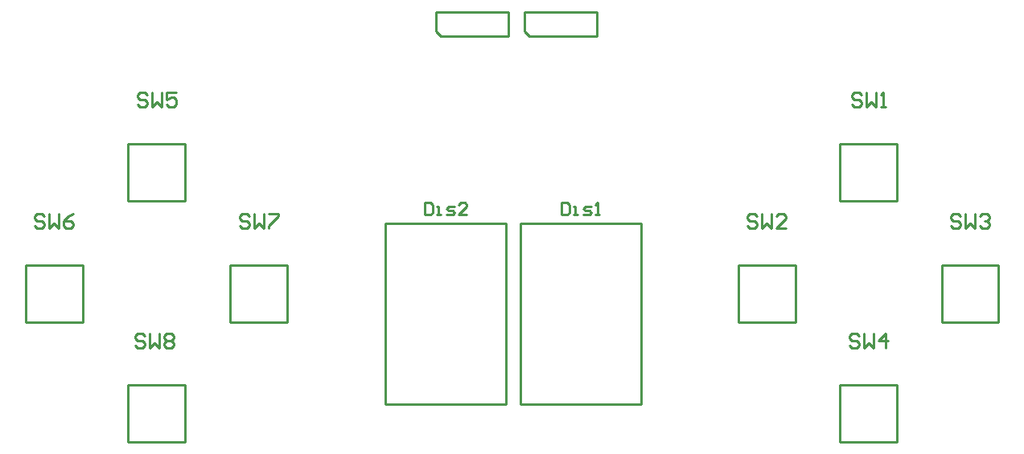
<source format=gto>
G04*
G04 #@! TF.GenerationSoftware,Altium Limited,CircuitMaker,2.2.1 (6)*
G04*
G04 Layer_Color=15132400*
%FSLAX25Y25*%
%MOIN*%
G70*
G04*
G04 #@! TF.SameCoordinates,C7A46A66-803E-4EFA-A11E-2D709BABBFBD*
G04*
G04*
G04 #@! TF.FilePolarity,Positive*
G04*
G01*
G75*
%ADD10C,0.01000*%
D10*
X418100Y262500D02*
Y337500D01*
Y262500D02*
X468100D01*
Y337500D01*
X418100D02*
X468100D01*
X362200D02*
X412200D01*
Y262500D02*
Y337500D01*
X362200Y262500D02*
X412200D01*
X362200D02*
Y337500D01*
X550689Y246689D02*
Y270311D01*
Y246689D02*
X574311D01*
Y270311D01*
X550689D02*
X574311D01*
X592789Y296276D02*
Y319898D01*
Y296276D02*
X616411D01*
Y319898D01*
X592789D02*
X616411D01*
X508547Y296276D02*
Y319898D01*
Y296276D02*
X532169D01*
Y319898D01*
X508547D02*
X532169D01*
X550689Y346602D02*
Y370224D01*
Y346602D02*
X574311D01*
Y370224D01*
X550689D02*
X574311D01*
X255689Y246689D02*
Y270311D01*
Y246689D02*
X279311D01*
Y270311D01*
X255689D02*
X279311D01*
X255689Y346602D02*
Y370224D01*
Y346602D02*
X279311D01*
Y370224D01*
X255689D02*
X279311D01*
X298047Y296276D02*
Y319898D01*
Y296276D02*
X321669D01*
Y319898D01*
X298047D02*
X321669D01*
X213189Y296276D02*
Y319898D01*
Y296276D02*
X236811D01*
Y319898D01*
X213189D02*
X236811D01*
X383100Y417000D02*
Y425000D01*
Y417000D02*
X385100Y415000D01*
X413100D01*
X383100Y425000D02*
X413100D01*
Y415000D02*
Y425000D01*
X420000Y417000D02*
Y425000D01*
Y417000D02*
X422000Y415000D01*
X450000D01*
X420000Y425000D02*
X450000D01*
Y415000D02*
Y425000D01*
X262501Y290698D02*
X261502Y291698D01*
X259502D01*
X258503Y290698D01*
Y289699D01*
X259502Y288699D01*
X261502D01*
X262501Y287699D01*
Y286700D01*
X261502Y285700D01*
X259502D01*
X258503Y286700D01*
X264501Y291698D02*
Y285700D01*
X266500Y287699D01*
X268499Y285700D01*
Y291698D01*
X270499Y290698D02*
X271498Y291698D01*
X273498D01*
X274497Y290698D01*
Y289699D01*
X273498Y288699D01*
X274497Y287699D01*
Y286700D01*
X273498Y285700D01*
X271498D01*
X270499Y286700D01*
Y287699D01*
X271498Y288699D01*
X270499Y289699D01*
Y290698D01*
X271498Y288699D02*
X273498D01*
X305801Y340298D02*
X304802Y341298D01*
X302802D01*
X301803Y340298D01*
Y339299D01*
X302802Y338299D01*
X304802D01*
X305801Y337299D01*
Y336300D01*
X304802Y335300D01*
X302802D01*
X301803Y336300D01*
X307801Y341298D02*
Y335300D01*
X309800Y337299D01*
X311799Y335300D01*
Y341298D01*
X313799D02*
X317797D01*
Y340298D01*
X313799Y336300D01*
Y335300D01*
X221001Y340298D02*
X220002Y341298D01*
X218002D01*
X217003Y340298D01*
Y339299D01*
X218002Y338299D01*
X220002D01*
X221001Y337299D01*
Y336300D01*
X220002Y335300D01*
X218002D01*
X217003Y336300D01*
X223001Y341298D02*
Y335300D01*
X225000Y337299D01*
X226999Y335300D01*
Y341298D01*
X232997D02*
X230998Y340298D01*
X228999Y338299D01*
Y336300D01*
X229998Y335300D01*
X231998D01*
X232997Y336300D01*
Y337299D01*
X231998Y338299D01*
X228999D01*
X263501Y390598D02*
X262502Y391598D01*
X260502D01*
X259503Y390598D01*
Y389599D01*
X260502Y388599D01*
X262502D01*
X263501Y387599D01*
Y386600D01*
X262502Y385600D01*
X260502D01*
X259503Y386600D01*
X265501Y391598D02*
Y385600D01*
X267500Y387599D01*
X269499Y385600D01*
Y391598D01*
X275497D02*
X271499D01*
Y388599D01*
X273498Y389599D01*
X274498D01*
X275497Y388599D01*
Y386600D01*
X274498Y385600D01*
X272498D01*
X271499Y386600D01*
X558501Y290698D02*
X557502Y291698D01*
X555502D01*
X554503Y290698D01*
Y289699D01*
X555502Y288699D01*
X557502D01*
X558501Y287699D01*
Y286700D01*
X557502Y285700D01*
X555502D01*
X554503Y286700D01*
X560501Y291698D02*
Y285700D01*
X562500Y287699D01*
X564499Y285700D01*
Y291698D01*
X569498Y285700D02*
Y291698D01*
X566499Y288699D01*
X570497D01*
X600501Y340298D02*
X599502Y341298D01*
X597502D01*
X596503Y340298D01*
Y339299D01*
X597502Y338299D01*
X599502D01*
X600501Y337299D01*
Y336300D01*
X599502Y335300D01*
X597502D01*
X596503Y336300D01*
X602501Y341298D02*
Y335300D01*
X604500Y337299D01*
X606499Y335300D01*
Y341298D01*
X608499Y340298D02*
X609498Y341298D01*
X611498D01*
X612497Y340298D01*
Y339299D01*
X611498Y338299D01*
X610498D01*
X611498D01*
X612497Y337299D01*
Y336300D01*
X611498Y335300D01*
X609498D01*
X608499Y336300D01*
X516301Y340298D02*
X515302Y341298D01*
X513302D01*
X512303Y340298D01*
Y339299D01*
X513302Y338299D01*
X515302D01*
X516301Y337299D01*
Y336300D01*
X515302Y335300D01*
X513302D01*
X512303Y336300D01*
X518301Y341298D02*
Y335300D01*
X520300Y337299D01*
X522299Y335300D01*
Y341298D01*
X528297Y335300D02*
X524299D01*
X528297Y339299D01*
Y340298D01*
X527298Y341298D01*
X525298D01*
X524299Y340298D01*
X559501Y390598D02*
X558501Y391598D01*
X556502D01*
X555502Y390598D01*
Y389599D01*
X556502Y388599D01*
X558501D01*
X559501Y387599D01*
Y386600D01*
X558501Y385600D01*
X556502D01*
X555502Y386600D01*
X561500Y391598D02*
Y385600D01*
X563500Y387599D01*
X565499Y385600D01*
Y391598D01*
X567498Y385600D02*
X569498D01*
X568498D01*
Y391598D01*
X567498Y390598D01*
X378453Y345998D02*
Y341000D01*
X380952D01*
X381785Y341833D01*
Y345165D01*
X380952Y345998D01*
X378453D01*
X383451Y341000D02*
X385117D01*
X384284D01*
Y344332D01*
X383451D01*
X387616Y341000D02*
X390116D01*
X390949Y341833D01*
X390116Y342666D01*
X388450D01*
X387616Y343499D01*
X388450Y344332D01*
X390949D01*
X395947Y341000D02*
X392615D01*
X395947Y344332D01*
Y345165D01*
X395114Y345998D01*
X393448D01*
X392615Y345165D01*
X435186Y345998D02*
Y341000D01*
X437685D01*
X438518Y341833D01*
Y345165D01*
X437685Y345998D01*
X435186D01*
X440184Y341000D02*
X441850D01*
X441017D01*
Y344332D01*
X440184D01*
X444350Y341000D02*
X446849D01*
X447682Y341833D01*
X446849Y342666D01*
X445183D01*
X444350Y343499D01*
X445183Y344332D01*
X447682D01*
X449348Y341000D02*
X451014D01*
X450181D01*
Y345998D01*
X449348Y345165D01*
M02*

</source>
